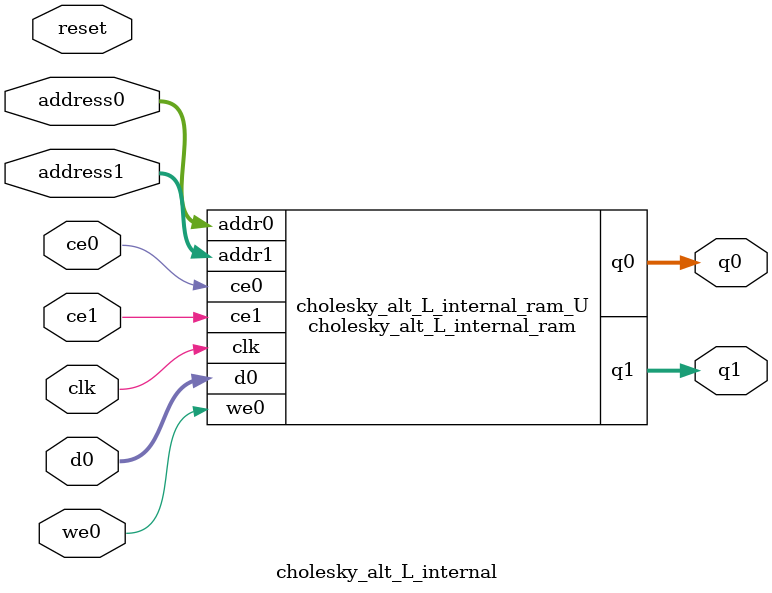
<source format=v>
`timescale 1 ns / 1 ps
module cholesky_alt_L_internal_ram (addr0, ce0, d0, we0, q0, addr1, ce1, q1,  clk);

parameter DWIDTH = 32;
parameter AWIDTH = 12;
parameter MEM_SIZE = 2145;

input[AWIDTH-1:0] addr0;
input ce0;
input[DWIDTH-1:0] d0;
input we0;
output reg[DWIDTH-1:0] q0;
input[AWIDTH-1:0] addr1;
input ce1;
output reg[DWIDTH-1:0] q1;
input clk;

(* ram_style = "block" *)reg [DWIDTH-1:0] ram[0:MEM_SIZE-1];




always @(posedge clk)  
begin 
    if (ce0) 
    begin
        if (we0) 
        begin 
            ram[addr0] <= d0; 
        end 
        q0 <= ram[addr0];
    end
end


always @(posedge clk)  
begin 
    if (ce1) 
    begin
        q1 <= ram[addr1];
    end
end


endmodule

`timescale 1 ns / 1 ps
module cholesky_alt_L_internal(
    reset,
    clk,
    address0,
    ce0,
    we0,
    d0,
    q0,
    address1,
    ce1,
    q1);

parameter DataWidth = 32'd32;
parameter AddressRange = 32'd2145;
parameter AddressWidth = 32'd12;
input reset;
input clk;
input[AddressWidth - 1:0] address0;
input ce0;
input we0;
input[DataWidth - 1:0] d0;
output[DataWidth - 1:0] q0;
input[AddressWidth - 1:0] address1;
input ce1;
output[DataWidth - 1:0] q1;



cholesky_alt_L_internal_ram cholesky_alt_L_internal_ram_U(
    .clk( clk ),
    .addr0( address0 ),
    .ce0( ce0 ),
    .we0( we0 ),
    .d0( d0 ),
    .q0( q0 ),
    .addr1( address1 ),
    .ce1( ce1 ),
    .q1( q1 ));

endmodule


</source>
